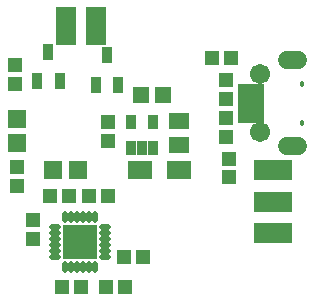
<source format=gts>
G04 ---------------------------- Layer name :TOP SOLDER LAYER*
G04 EasyEDA v5.6.15, Thu, 26 Jul 2018 23:14:09 GMT*
G04 c86fb450fb884ade9fd06fb8d4d9ff78*
G04 Gerber Generator version 0.2*
G04 Scale: 100 percent, Rotated: No, Reflected: No *
G04 Dimensions in inches *
G04 leading zeros omitted , absolute positions ,2 integer and 4 decimal *
%FSLAX24Y24*%
%MOIN*%
G90*
G70D02*

%ADD10C,0.018000*%
%ADD15C,0.019024*%
%ADD17R,0.113512X0.113512*%
%ADD18R,0.047370X0.051307*%
%ADD19R,0.086740X0.025717*%
%ADD20R,0.035559X0.057213*%
%ADD21R,0.051307X0.047370*%
%ADD22R,0.079500X0.061500*%
%ADD23R,0.063100X0.059200*%
%ADD24R,0.126110X0.067055*%
%ADD25R,0.033591X0.049732*%
%ADD26R,0.065870X0.053670*%
%ADD27R,0.055244X0.055244*%
%ADD28R,0.067055X0.126110*%
%ADD29R,0.059200X0.063100*%
%ADD30C,0.067055*%
%ADD31C,0.059181*%

%LPD*%
G54D15*
G01X1776Y2474D02*
G01X1981Y2474D01*
G01X1776Y2276D02*
G01X1981Y2276D01*
G01X1776Y2080D02*
G01X1981Y2080D01*
G01X1776Y1884D02*
G01X1981Y1884D01*
G01X1776Y1687D02*
G01X1981Y1687D01*
G01X1776Y1490D02*
G01X1981Y1490D01*
G01X2219Y1256D02*
G01X2219Y1051D01*
G01X2416Y1256D02*
G01X2416Y1051D01*
G01X2613Y1256D02*
G01X2613Y1051D01*
G01X2809Y1256D02*
G01X2809Y1051D01*
G01X3005Y1256D02*
G01X3005Y1051D01*
G01X3203Y1256D02*
G01X3203Y1051D01*
G01X3436Y1494D02*
G01X3641Y1494D01*
G01X3436Y1691D02*
G01X3641Y1691D01*
G01X3436Y1888D02*
G01X3641Y1888D01*
G01X3436Y2084D02*
G01X3641Y2084D01*
G01X3436Y2280D02*
G01X3641Y2280D01*
G01X3436Y2478D02*
G01X3641Y2478D01*
G01X3209Y2926D02*
G01X3209Y2721D01*
G01X3012Y2926D02*
G01X3012Y2721D01*
G01X2815Y2926D02*
G01X2815Y2721D01*
G01X2619Y2926D02*
G01X2619Y2721D01*
G01X2422Y2926D02*
G01X2422Y2721D01*
G01X2225Y2926D02*
G01X2225Y2721D01*
G54D31*
G01X9607Y8039D02*
G01X9962Y8039D01*
G01X9607Y5189D02*
G01X9962Y5189D01*
G54D17*
G01X2709Y1984D03*
G54D18*
G01X2753Y484D03*
G01X2123Y484D03*
G01X4803Y1484D03*
G01X4173Y1484D03*
G01X3565Y483D03*
G01X4195Y483D03*
G01X3643Y3504D03*
G01X3013Y3504D03*
G54D19*
G01X8413Y7121D03*
G01X8413Y6865D03*
G01X8413Y6609D03*
G01X8413Y6353D03*
G01X8413Y6098D03*
G54D10*
G01X10110Y7242D03*
G01X10104Y5951D03*
G54D30*
G01X8722Y5665D03*
G01X8722Y7571D03*
G54D20*
G01X1659Y8326D03*
G01X2032Y7342D03*
G01X1285Y7342D03*
G54D21*
G01X7578Y6128D03*
G01X7578Y5498D03*
G01X7579Y6760D03*
G01X7579Y7390D03*
G01X7688Y4768D03*
G01X7688Y4138D03*
G54D22*
G01X6009Y4393D03*
G01X4719Y4393D03*
G54D23*
G01X609Y5276D03*
G01X609Y6103D03*
G54D24*
G01X9159Y2284D03*
G01X9159Y4384D03*
G01X9159Y3334D03*
G54D20*
G01X3609Y8216D03*
G01X3982Y7232D03*
G01X3235Y7232D03*
G54D25*
G01X4409Y5134D03*
G01X4782Y5134D03*
G01X5157Y5134D03*
G01X5157Y6000D03*
G01X4409Y6000D03*
G54D26*
G01X6009Y5234D03*
G01X6009Y6034D03*
G54D27*
G01X4759Y6884D03*
G01X5467Y6884D03*
G54D21*
G01X3659Y5340D03*
G01X3659Y5970D03*
G01X608Y4478D03*
G01X608Y3848D03*
G54D18*
G01X2343Y3504D03*
G01X1713Y3504D03*
G54D21*
G01X1158Y2728D03*
G01X1158Y2098D03*
G54D28*
G01X2259Y9184D03*
G54D18*
G01X7115Y8133D03*
G01X7745Y8133D03*
G54D29*
G01X1801Y4383D03*
G01X2628Y4383D03*
G54D21*
G01X559Y7240D03*
G01X559Y7870D03*
G54D28*
G01X3259Y9184D03*
M00*
M02*

</source>
